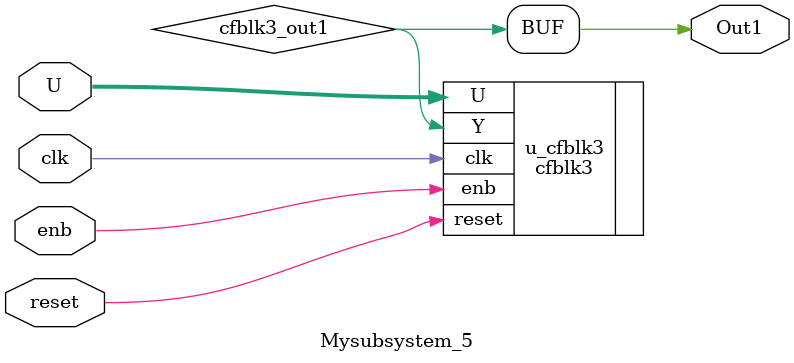
<source format=v>



`timescale 1 ns / 1 ns

module Mysubsystem_5
          (clk,
           reset,
           enb,
           U,
           Out1);


  input   clk;
  input   reset;
  input   enb;
  input   [7:0] U;  // uint8
  output  Out1;


  wire cfblk3_out1;


  cfblk3 u_cfblk3 (.clk(clk),
                   .reset(reset),
                   .enb(enb),
                   .U(U),  // uint8
                   .Y(cfblk3_out1)
                   );

  assign Out1 = cfblk3_out1;

endmodule  // Mysubsystem_5


</source>
